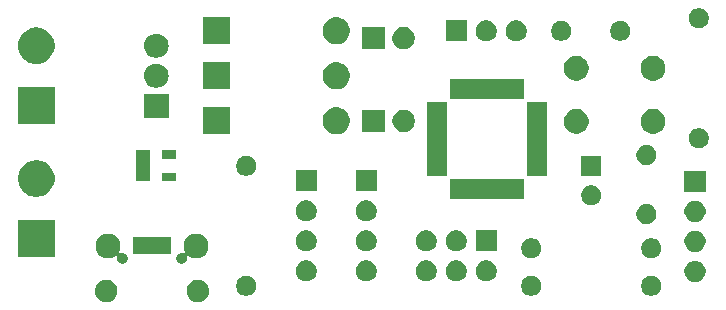
<source format=gbr>
%TF.GenerationSoftware,KiCad,Pcbnew,(5.1.5)-3*%
%TF.CreationDate,2020-09-12T07:11:49+09:30*%
%TF.ProjectId,robotcontrol,726f626f-7463-46f6-9e74-726f6c2e6b69,rev?*%
%TF.SameCoordinates,Original*%
%TF.FileFunction,Soldermask,Top*%
%TF.FilePolarity,Negative*%
%FSLAX46Y46*%
G04 Gerber Fmt 4.6, Leading zero omitted, Abs format (unit mm)*
G04 Created by KiCad (PCBNEW (5.1.5)-3) date 2020-09-12 07:11:49*
%MOMM*%
%LPD*%
G04 APERTURE LIST*
%ADD10C,0.100000*%
G04 APERTURE END LIST*
D10*
G36*
X110384736Y-109984254D02*
G01*
X110476505Y-110002508D01*
X110649394Y-110074121D01*
X110804990Y-110178087D01*
X110937313Y-110310410D01*
X111041279Y-110466006D01*
X111085895Y-110573719D01*
X111112892Y-110638896D01*
X111132593Y-110737936D01*
X111149400Y-110822433D01*
X111149400Y-111009567D01*
X111112892Y-111193105D01*
X111041279Y-111365994D01*
X110937313Y-111521590D01*
X110804990Y-111653913D01*
X110649394Y-111757879D01*
X110476505Y-111829492D01*
X110384736Y-111847746D01*
X110292968Y-111866000D01*
X110105832Y-111866000D01*
X110014064Y-111847746D01*
X109922295Y-111829492D01*
X109749406Y-111757879D01*
X109593810Y-111653913D01*
X109461487Y-111521590D01*
X109357521Y-111365994D01*
X109285908Y-111193105D01*
X109249400Y-111009567D01*
X109249400Y-110822433D01*
X109266208Y-110737936D01*
X109285908Y-110638896D01*
X109312905Y-110573719D01*
X109357521Y-110466006D01*
X109461487Y-110310410D01*
X109593810Y-110178087D01*
X109749406Y-110074121D01*
X109922295Y-110002508D01*
X110014064Y-109984254D01*
X110105832Y-109966000D01*
X110292968Y-109966000D01*
X110384736Y-109984254D01*
G37*
G36*
X102634736Y-109984254D02*
G01*
X102726505Y-110002508D01*
X102899394Y-110074121D01*
X103054990Y-110178087D01*
X103187313Y-110310410D01*
X103291279Y-110466006D01*
X103335895Y-110573719D01*
X103362892Y-110638896D01*
X103382593Y-110737936D01*
X103399400Y-110822433D01*
X103399400Y-111009567D01*
X103362892Y-111193105D01*
X103291279Y-111365994D01*
X103187313Y-111521590D01*
X103054990Y-111653913D01*
X102899394Y-111757879D01*
X102726505Y-111829492D01*
X102634736Y-111847746D01*
X102542968Y-111866000D01*
X102355832Y-111866000D01*
X102264064Y-111847746D01*
X102172295Y-111829492D01*
X101999406Y-111757879D01*
X101843810Y-111653913D01*
X101711487Y-111521590D01*
X101607521Y-111365994D01*
X101535908Y-111193105D01*
X101499400Y-111009567D01*
X101499400Y-110822433D01*
X101516208Y-110737936D01*
X101535908Y-110638896D01*
X101562905Y-110573719D01*
X101607521Y-110466006D01*
X101711487Y-110310410D01*
X101843810Y-110178087D01*
X101999406Y-110074121D01*
X102172295Y-110002508D01*
X102264064Y-109984254D01*
X102355832Y-109966000D01*
X102542968Y-109966000D01*
X102634736Y-109984254D01*
G37*
G36*
X138677935Y-109672664D02*
G01*
X138832624Y-109736739D01*
X138832626Y-109736740D01*
X138971844Y-109829762D01*
X139090238Y-109948156D01*
X139181950Y-110085414D01*
X139183261Y-110087376D01*
X139247336Y-110242065D01*
X139280000Y-110406281D01*
X139280000Y-110573719D01*
X139247336Y-110737935D01*
X139212335Y-110822433D01*
X139183260Y-110892626D01*
X139090238Y-111031844D01*
X138971844Y-111150238D01*
X138832626Y-111243260D01*
X138832625Y-111243261D01*
X138832624Y-111243261D01*
X138677935Y-111307336D01*
X138513719Y-111340000D01*
X138346281Y-111340000D01*
X138182065Y-111307336D01*
X138027376Y-111243261D01*
X138027375Y-111243261D01*
X138027374Y-111243260D01*
X137888156Y-111150238D01*
X137769762Y-111031844D01*
X137676740Y-110892626D01*
X137647665Y-110822433D01*
X137612664Y-110737935D01*
X137580000Y-110573719D01*
X137580000Y-110406281D01*
X137612664Y-110242065D01*
X137676739Y-110087376D01*
X137678050Y-110085414D01*
X137769762Y-109948156D01*
X137888156Y-109829762D01*
X138027374Y-109736740D01*
X138027376Y-109736739D01*
X138182065Y-109672664D01*
X138346281Y-109640000D01*
X138513719Y-109640000D01*
X138677935Y-109672664D01*
G37*
G36*
X114547935Y-109672664D02*
G01*
X114702624Y-109736739D01*
X114702626Y-109736740D01*
X114841844Y-109829762D01*
X114960238Y-109948156D01*
X115051950Y-110085414D01*
X115053261Y-110087376D01*
X115117336Y-110242065D01*
X115150000Y-110406281D01*
X115150000Y-110573719D01*
X115117336Y-110737935D01*
X115082335Y-110822433D01*
X115053260Y-110892626D01*
X114960238Y-111031844D01*
X114841844Y-111150238D01*
X114702626Y-111243260D01*
X114702625Y-111243261D01*
X114702624Y-111243261D01*
X114547935Y-111307336D01*
X114383719Y-111340000D01*
X114216281Y-111340000D01*
X114052065Y-111307336D01*
X113897376Y-111243261D01*
X113897375Y-111243261D01*
X113897374Y-111243260D01*
X113758156Y-111150238D01*
X113639762Y-111031844D01*
X113546740Y-110892626D01*
X113517665Y-110822433D01*
X113482664Y-110737935D01*
X113450000Y-110573719D01*
X113450000Y-110406281D01*
X113482664Y-110242065D01*
X113546739Y-110087376D01*
X113548050Y-110085414D01*
X113639762Y-109948156D01*
X113758156Y-109829762D01*
X113897374Y-109736740D01*
X113897376Y-109736739D01*
X114052065Y-109672664D01*
X114216281Y-109640000D01*
X114383719Y-109640000D01*
X114547935Y-109672664D01*
G37*
G36*
X148837935Y-109672664D02*
G01*
X148992624Y-109736739D01*
X148992626Y-109736740D01*
X149131844Y-109829762D01*
X149250238Y-109948156D01*
X149341950Y-110085414D01*
X149343261Y-110087376D01*
X149407336Y-110242065D01*
X149440000Y-110406281D01*
X149440000Y-110573719D01*
X149407336Y-110737935D01*
X149372335Y-110822433D01*
X149343260Y-110892626D01*
X149250238Y-111031844D01*
X149131844Y-111150238D01*
X148992626Y-111243260D01*
X148992625Y-111243261D01*
X148992624Y-111243261D01*
X148837935Y-111307336D01*
X148673719Y-111340000D01*
X148506281Y-111340000D01*
X148342065Y-111307336D01*
X148187376Y-111243261D01*
X148187375Y-111243261D01*
X148187374Y-111243260D01*
X148048156Y-111150238D01*
X147929762Y-111031844D01*
X147836740Y-110892626D01*
X147807665Y-110822433D01*
X147772664Y-110737935D01*
X147740000Y-110573719D01*
X147740000Y-110406281D01*
X147772664Y-110242065D01*
X147836739Y-110087376D01*
X147838050Y-110085414D01*
X147929762Y-109948156D01*
X148048156Y-109829762D01*
X148187374Y-109736740D01*
X148187376Y-109736739D01*
X148342065Y-109672664D01*
X148506281Y-109640000D01*
X148673719Y-109640000D01*
X148837935Y-109672664D01*
G37*
G36*
X152560920Y-108405386D02*
G01*
X152675521Y-108452855D01*
X152724710Y-108473230D01*
X152872117Y-108571724D01*
X152997476Y-108697083D01*
X153095970Y-108844490D01*
X153095971Y-108844492D01*
X153163814Y-109008280D01*
X153198400Y-109182156D01*
X153198400Y-109359444D01*
X153163814Y-109533320D01*
X153106096Y-109672665D01*
X153095970Y-109697110D01*
X152997476Y-109844517D01*
X152872117Y-109969876D01*
X152724710Y-110068370D01*
X152724709Y-110068371D01*
X152724708Y-110068371D01*
X152560920Y-110136214D01*
X152387044Y-110170800D01*
X152209756Y-110170800D01*
X152035880Y-110136214D01*
X151872092Y-110068371D01*
X151872091Y-110068371D01*
X151872090Y-110068370D01*
X151724683Y-109969876D01*
X151599324Y-109844517D01*
X151500830Y-109697110D01*
X151490705Y-109672665D01*
X151432986Y-109533320D01*
X151398400Y-109359444D01*
X151398400Y-109182156D01*
X151432986Y-109008280D01*
X151500829Y-108844492D01*
X151500830Y-108844490D01*
X151599324Y-108697083D01*
X151724683Y-108571724D01*
X151872090Y-108473230D01*
X151921280Y-108452855D01*
X152035880Y-108405386D01*
X152209756Y-108370800D01*
X152387044Y-108370800D01*
X152560920Y-108405386D01*
G37*
G36*
X132342520Y-108354586D02*
G01*
X132506310Y-108422430D01*
X132653717Y-108520924D01*
X132779076Y-108646283D01*
X132813019Y-108697083D01*
X132877571Y-108793692D01*
X132945414Y-108957480D01*
X132980000Y-109131356D01*
X132980000Y-109308644D01*
X132969895Y-109359444D01*
X132945414Y-109482520D01*
X132877570Y-109646310D01*
X132779076Y-109793717D01*
X132653717Y-109919076D01*
X132506310Y-110017570D01*
X132506309Y-110017571D01*
X132506308Y-110017571D01*
X132342520Y-110085414D01*
X132168644Y-110120000D01*
X131991356Y-110120000D01*
X131817480Y-110085414D01*
X131653692Y-110017571D01*
X131653691Y-110017571D01*
X131653690Y-110017570D01*
X131506283Y-109919076D01*
X131380924Y-109793717D01*
X131282430Y-109646310D01*
X131214586Y-109482520D01*
X131190105Y-109359444D01*
X131180000Y-109308644D01*
X131180000Y-109131356D01*
X131214586Y-108957480D01*
X131282429Y-108793692D01*
X131346981Y-108697083D01*
X131380924Y-108646283D01*
X131506283Y-108520924D01*
X131653690Y-108422430D01*
X131817480Y-108354586D01*
X131991356Y-108320000D01*
X132168644Y-108320000D01*
X132342520Y-108354586D01*
G37*
G36*
X124722520Y-108354586D02*
G01*
X124886310Y-108422430D01*
X125033717Y-108520924D01*
X125159076Y-108646283D01*
X125193019Y-108697083D01*
X125257571Y-108793692D01*
X125325414Y-108957480D01*
X125360000Y-109131356D01*
X125360000Y-109308644D01*
X125349895Y-109359444D01*
X125325414Y-109482520D01*
X125257570Y-109646310D01*
X125159076Y-109793717D01*
X125033717Y-109919076D01*
X124886310Y-110017570D01*
X124886309Y-110017571D01*
X124886308Y-110017571D01*
X124722520Y-110085414D01*
X124548644Y-110120000D01*
X124371356Y-110120000D01*
X124197480Y-110085414D01*
X124033692Y-110017571D01*
X124033691Y-110017571D01*
X124033690Y-110017570D01*
X123886283Y-109919076D01*
X123760924Y-109793717D01*
X123662430Y-109646310D01*
X123594586Y-109482520D01*
X123570105Y-109359444D01*
X123560000Y-109308644D01*
X123560000Y-109131356D01*
X123594586Y-108957480D01*
X123662429Y-108793692D01*
X123726981Y-108697083D01*
X123760924Y-108646283D01*
X123886283Y-108520924D01*
X124033690Y-108422430D01*
X124197480Y-108354586D01*
X124371356Y-108320000D01*
X124548644Y-108320000D01*
X124722520Y-108354586D01*
G37*
G36*
X119642520Y-108354586D02*
G01*
X119806310Y-108422430D01*
X119953717Y-108520924D01*
X120079076Y-108646283D01*
X120113019Y-108697083D01*
X120177571Y-108793692D01*
X120245414Y-108957480D01*
X120280000Y-109131356D01*
X120280000Y-109308644D01*
X120269895Y-109359444D01*
X120245414Y-109482520D01*
X120177570Y-109646310D01*
X120079076Y-109793717D01*
X119953717Y-109919076D01*
X119806310Y-110017570D01*
X119806309Y-110017571D01*
X119806308Y-110017571D01*
X119642520Y-110085414D01*
X119468644Y-110120000D01*
X119291356Y-110120000D01*
X119117480Y-110085414D01*
X118953692Y-110017571D01*
X118953691Y-110017571D01*
X118953690Y-110017570D01*
X118806283Y-109919076D01*
X118680924Y-109793717D01*
X118582430Y-109646310D01*
X118514586Y-109482520D01*
X118490105Y-109359444D01*
X118480000Y-109308644D01*
X118480000Y-109131356D01*
X118514586Y-108957480D01*
X118582429Y-108793692D01*
X118646981Y-108697083D01*
X118680924Y-108646283D01*
X118806283Y-108520924D01*
X118953690Y-108422430D01*
X119117480Y-108354586D01*
X119291356Y-108320000D01*
X119468644Y-108320000D01*
X119642520Y-108354586D01*
G37*
G36*
X134882520Y-108354586D02*
G01*
X135046310Y-108422430D01*
X135193717Y-108520924D01*
X135319076Y-108646283D01*
X135353019Y-108697083D01*
X135417571Y-108793692D01*
X135485414Y-108957480D01*
X135520000Y-109131356D01*
X135520000Y-109308644D01*
X135509895Y-109359444D01*
X135485414Y-109482520D01*
X135417570Y-109646310D01*
X135319076Y-109793717D01*
X135193717Y-109919076D01*
X135046310Y-110017570D01*
X135046309Y-110017571D01*
X135046308Y-110017571D01*
X134882520Y-110085414D01*
X134708644Y-110120000D01*
X134531356Y-110120000D01*
X134357480Y-110085414D01*
X134193692Y-110017571D01*
X134193691Y-110017571D01*
X134193690Y-110017570D01*
X134046283Y-109919076D01*
X133920924Y-109793717D01*
X133822430Y-109646310D01*
X133754586Y-109482520D01*
X133730105Y-109359444D01*
X133720000Y-109308644D01*
X133720000Y-109131356D01*
X133754586Y-108957480D01*
X133822429Y-108793692D01*
X133886981Y-108697083D01*
X133920924Y-108646283D01*
X134046283Y-108520924D01*
X134193690Y-108422430D01*
X134357480Y-108354586D01*
X134531356Y-108320000D01*
X134708644Y-108320000D01*
X134882520Y-108354586D01*
G37*
G36*
X129802520Y-108354586D02*
G01*
X129966310Y-108422430D01*
X130113717Y-108520924D01*
X130239076Y-108646283D01*
X130273019Y-108697083D01*
X130337571Y-108793692D01*
X130405414Y-108957480D01*
X130440000Y-109131356D01*
X130440000Y-109308644D01*
X130429895Y-109359444D01*
X130405414Y-109482520D01*
X130337570Y-109646310D01*
X130239076Y-109793717D01*
X130113717Y-109919076D01*
X129966310Y-110017570D01*
X129966309Y-110017571D01*
X129966308Y-110017571D01*
X129802520Y-110085414D01*
X129628644Y-110120000D01*
X129451356Y-110120000D01*
X129277480Y-110085414D01*
X129113692Y-110017571D01*
X129113691Y-110017571D01*
X129113690Y-110017570D01*
X128966283Y-109919076D01*
X128840924Y-109793717D01*
X128742430Y-109646310D01*
X128674586Y-109482520D01*
X128650105Y-109359444D01*
X128640000Y-109308644D01*
X128640000Y-109131356D01*
X128674586Y-108957480D01*
X128742429Y-108793692D01*
X128806981Y-108697083D01*
X128840924Y-108646283D01*
X128966283Y-108520924D01*
X129113690Y-108422430D01*
X129277480Y-108354586D01*
X129451356Y-108320000D01*
X129628644Y-108320000D01*
X129802520Y-108354586D01*
G37*
G36*
X102728087Y-106071027D02*
G01*
X102905674Y-106106350D01*
X103096762Y-106185502D01*
X103268736Y-106300411D01*
X103414989Y-106446664D01*
X103529898Y-106618638D01*
X103609050Y-106809726D01*
X103649400Y-107012584D01*
X103649400Y-107219416D01*
X103609050Y-107422274D01*
X103550592Y-107563402D01*
X103543482Y-107586842D01*
X103541080Y-107611228D01*
X103543482Y-107635614D01*
X103550595Y-107659063D01*
X103562146Y-107680674D01*
X103577691Y-107699616D01*
X103596633Y-107715161D01*
X103618244Y-107726712D01*
X103641693Y-107733825D01*
X103666079Y-107736227D01*
X103690465Y-107733825D01*
X103780078Y-107716000D01*
X103868722Y-107716000D01*
X103955659Y-107733293D01*
X104037555Y-107767215D01*
X104111258Y-107816462D01*
X104173938Y-107879142D01*
X104223185Y-107952845D01*
X104238028Y-107988681D01*
X104257107Y-108034741D01*
X104274400Y-108121678D01*
X104274400Y-108210322D01*
X104257107Y-108297259D01*
X104247687Y-108320000D01*
X104223185Y-108379155D01*
X104173938Y-108452858D01*
X104111258Y-108515538D01*
X104037555Y-108564785D01*
X103955659Y-108598707D01*
X103868722Y-108616000D01*
X103780078Y-108616000D01*
X103693141Y-108598707D01*
X103652192Y-108581745D01*
X103611245Y-108564785D01*
X103537542Y-108515538D01*
X103474862Y-108452858D01*
X103425615Y-108379155D01*
X103401113Y-108320000D01*
X103391693Y-108297259D01*
X103374400Y-108210322D01*
X103374400Y-108121679D01*
X103375331Y-108116998D01*
X103377732Y-108092612D01*
X103375330Y-108068226D01*
X103368216Y-108044777D01*
X103356664Y-108023167D01*
X103341119Y-108004225D01*
X103322176Y-107988681D01*
X103300566Y-107977130D01*
X103277116Y-107970017D01*
X103252730Y-107967616D01*
X103228344Y-107970018D01*
X103204895Y-107977132D01*
X103183302Y-107988674D01*
X103096762Y-108046498D01*
X102905674Y-108125650D01*
X102728087Y-108160973D01*
X102702817Y-108166000D01*
X102495983Y-108166000D01*
X102470713Y-108160973D01*
X102293126Y-108125650D01*
X102102038Y-108046498D01*
X101930064Y-107931589D01*
X101783811Y-107785336D01*
X101668902Y-107613362D01*
X101589750Y-107422274D01*
X101549400Y-107219416D01*
X101549400Y-107012584D01*
X101589750Y-106809726D01*
X101668902Y-106618638D01*
X101783811Y-106446664D01*
X101930064Y-106300411D01*
X102102038Y-106185502D01*
X102293126Y-106106350D01*
X102470713Y-106071027D01*
X102495983Y-106066000D01*
X102702817Y-106066000D01*
X102728087Y-106071027D01*
G37*
G36*
X110178087Y-106071027D02*
G01*
X110355674Y-106106350D01*
X110546762Y-106185502D01*
X110718736Y-106300411D01*
X110864989Y-106446664D01*
X110979898Y-106618638D01*
X111059050Y-106809726D01*
X111099400Y-107012584D01*
X111099400Y-107219416D01*
X111059050Y-107422274D01*
X110979898Y-107613362D01*
X110864989Y-107785336D01*
X110718736Y-107931589D01*
X110546762Y-108046498D01*
X110355674Y-108125650D01*
X110178087Y-108160973D01*
X110152817Y-108166000D01*
X109945983Y-108166000D01*
X109920713Y-108160973D01*
X109743126Y-108125650D01*
X109552038Y-108046498D01*
X109465498Y-107988674D01*
X109443903Y-107977131D01*
X109420454Y-107970018D01*
X109396068Y-107967616D01*
X109371682Y-107970018D01*
X109348233Y-107977131D01*
X109326622Y-107988682D01*
X109307680Y-108004227D01*
X109292134Y-108023169D01*
X109280583Y-108044779D01*
X109273470Y-108068228D01*
X109271068Y-108092614D01*
X109273469Y-108116998D01*
X109274400Y-108121679D01*
X109274400Y-108210322D01*
X109257107Y-108297259D01*
X109247687Y-108320000D01*
X109223185Y-108379155D01*
X109173938Y-108452858D01*
X109111258Y-108515538D01*
X109037555Y-108564785D01*
X108955659Y-108598707D01*
X108868722Y-108616000D01*
X108780078Y-108616000D01*
X108693141Y-108598707D01*
X108652192Y-108581745D01*
X108611245Y-108564785D01*
X108537542Y-108515538D01*
X108474862Y-108452858D01*
X108425615Y-108379155D01*
X108401113Y-108320000D01*
X108391693Y-108297259D01*
X108374400Y-108210322D01*
X108374400Y-108121678D01*
X108391693Y-108034741D01*
X108410772Y-107988681D01*
X108425615Y-107952845D01*
X108474862Y-107879142D01*
X108537542Y-107816462D01*
X108611245Y-107767215D01*
X108693141Y-107733293D01*
X108780078Y-107716000D01*
X108868722Y-107716000D01*
X108958335Y-107733825D01*
X108982721Y-107736227D01*
X109007107Y-107733825D01*
X109030556Y-107726712D01*
X109052167Y-107715161D01*
X109071109Y-107699615D01*
X109086654Y-107680674D01*
X109098205Y-107659063D01*
X109105318Y-107635614D01*
X109107720Y-107611228D01*
X109105318Y-107586842D01*
X109098208Y-107563402D01*
X109039750Y-107422274D01*
X108999400Y-107219416D01*
X108999400Y-107012584D01*
X109039750Y-106809726D01*
X109118902Y-106618638D01*
X109233811Y-106446664D01*
X109380064Y-106300411D01*
X109552038Y-106185502D01*
X109743126Y-106106350D01*
X109920713Y-106071027D01*
X109945983Y-106066000D01*
X110152817Y-106066000D01*
X110178087Y-106071027D01*
G37*
G36*
X138677935Y-106497664D02*
G01*
X138832624Y-106561739D01*
X138832626Y-106561740D01*
X138971844Y-106654762D01*
X139090238Y-106773156D01*
X139114673Y-106809726D01*
X139183261Y-106912376D01*
X139247336Y-107067065D01*
X139280000Y-107231281D01*
X139280000Y-107398719D01*
X139247336Y-107562935D01*
X139190720Y-107699616D01*
X139183260Y-107717626D01*
X139090238Y-107856844D01*
X138971844Y-107975238D01*
X138832626Y-108068260D01*
X138832625Y-108068261D01*
X138832624Y-108068261D01*
X138677935Y-108132336D01*
X138513719Y-108165000D01*
X138346281Y-108165000D01*
X138182065Y-108132336D01*
X138027376Y-108068261D01*
X138027375Y-108068261D01*
X138027374Y-108068260D01*
X137888156Y-107975238D01*
X137769762Y-107856844D01*
X137676740Y-107717626D01*
X137669280Y-107699616D01*
X137612664Y-107562935D01*
X137580000Y-107398719D01*
X137580000Y-107231281D01*
X137612664Y-107067065D01*
X137676739Y-106912376D01*
X137745327Y-106809726D01*
X137769762Y-106773156D01*
X137888156Y-106654762D01*
X138027374Y-106561740D01*
X138027376Y-106561739D01*
X138182065Y-106497664D01*
X138346281Y-106465000D01*
X138513719Y-106465000D01*
X138677935Y-106497664D01*
G37*
G36*
X148837935Y-106497664D02*
G01*
X148992624Y-106561739D01*
X148992626Y-106561740D01*
X149131844Y-106654762D01*
X149250238Y-106773156D01*
X149274673Y-106809726D01*
X149343261Y-106912376D01*
X149407336Y-107067065D01*
X149440000Y-107231281D01*
X149440000Y-107398719D01*
X149407336Y-107562935D01*
X149350720Y-107699616D01*
X149343260Y-107717626D01*
X149250238Y-107856844D01*
X149131844Y-107975238D01*
X148992626Y-108068260D01*
X148992625Y-108068261D01*
X148992624Y-108068261D01*
X148837935Y-108132336D01*
X148673719Y-108165000D01*
X148506281Y-108165000D01*
X148342065Y-108132336D01*
X148187376Y-108068261D01*
X148187375Y-108068261D01*
X148187374Y-108068260D01*
X148048156Y-107975238D01*
X147929762Y-107856844D01*
X147836740Y-107717626D01*
X147829280Y-107699616D01*
X147772664Y-107562935D01*
X147740000Y-107398719D01*
X147740000Y-107231281D01*
X147772664Y-107067065D01*
X147836739Y-106912376D01*
X147905327Y-106809726D01*
X147929762Y-106773156D01*
X148048156Y-106654762D01*
X148187374Y-106561740D01*
X148187376Y-106561739D01*
X148342065Y-106497664D01*
X148506281Y-106465000D01*
X148673719Y-106465000D01*
X148837935Y-106497664D01*
G37*
G36*
X98070000Y-108039500D02*
G01*
X94970000Y-108039500D01*
X94970000Y-104939500D01*
X98070000Y-104939500D01*
X98070000Y-108039500D01*
G37*
G36*
X107899400Y-107766000D02*
G01*
X104749400Y-107766000D01*
X104749400Y-106366000D01*
X107899400Y-106366000D01*
X107899400Y-107766000D01*
G37*
G36*
X152560920Y-105865386D02*
G01*
X152602066Y-105882429D01*
X152724710Y-105933230D01*
X152872117Y-106031724D01*
X152997476Y-106157083D01*
X153093245Y-106300412D01*
X153095971Y-106304492D01*
X153163814Y-106468280D01*
X153188296Y-106591358D01*
X153198400Y-106642158D01*
X153198400Y-106819442D01*
X153163814Y-106993320D01*
X153095970Y-107157110D01*
X152997476Y-107304517D01*
X152872117Y-107429876D01*
X152724710Y-107528370D01*
X152724709Y-107528371D01*
X152724708Y-107528371D01*
X152560920Y-107596214D01*
X152387044Y-107630800D01*
X152209756Y-107630800D01*
X152035880Y-107596214D01*
X151872092Y-107528371D01*
X151872091Y-107528371D01*
X151872090Y-107528370D01*
X151724683Y-107429876D01*
X151599324Y-107304517D01*
X151500830Y-107157110D01*
X151432986Y-106993320D01*
X151398400Y-106819442D01*
X151398400Y-106642158D01*
X151408505Y-106591358D01*
X151432986Y-106468280D01*
X151500829Y-106304492D01*
X151503555Y-106300412D01*
X151599324Y-106157083D01*
X151724683Y-106031724D01*
X151872090Y-105933230D01*
X151994735Y-105882429D01*
X152035880Y-105865386D01*
X152209756Y-105830800D01*
X152387044Y-105830800D01*
X152560920Y-105865386D01*
G37*
G36*
X129802520Y-105814586D02*
G01*
X129966310Y-105882430D01*
X130113717Y-105980924D01*
X130239076Y-106106283D01*
X130239121Y-106106351D01*
X130337571Y-106253692D01*
X130405414Y-106417480D01*
X130440000Y-106591356D01*
X130440000Y-106768644D01*
X130429895Y-106819444D01*
X130405414Y-106942520D01*
X130337570Y-107106310D01*
X130239076Y-107253717D01*
X130113717Y-107379076D01*
X129966310Y-107477570D01*
X129966309Y-107477571D01*
X129966308Y-107477571D01*
X129802520Y-107545414D01*
X129628644Y-107580000D01*
X129451356Y-107580000D01*
X129277480Y-107545414D01*
X129113692Y-107477571D01*
X129113691Y-107477571D01*
X129113690Y-107477570D01*
X128966283Y-107379076D01*
X128840924Y-107253717D01*
X128742430Y-107106310D01*
X128674586Y-106942520D01*
X128650105Y-106819444D01*
X128640000Y-106768644D01*
X128640000Y-106591356D01*
X128674586Y-106417480D01*
X128742429Y-106253692D01*
X128840879Y-106106351D01*
X128840924Y-106106283D01*
X128966283Y-105980924D01*
X129113690Y-105882430D01*
X129277480Y-105814586D01*
X129451356Y-105780000D01*
X129628644Y-105780000D01*
X129802520Y-105814586D01*
G37*
G36*
X132342520Y-105814586D02*
G01*
X132506310Y-105882430D01*
X132653717Y-105980924D01*
X132779076Y-106106283D01*
X132779121Y-106106351D01*
X132877571Y-106253692D01*
X132945414Y-106417480D01*
X132980000Y-106591356D01*
X132980000Y-106768644D01*
X132969895Y-106819444D01*
X132945414Y-106942520D01*
X132877570Y-107106310D01*
X132779076Y-107253717D01*
X132653717Y-107379076D01*
X132506310Y-107477570D01*
X132506309Y-107477571D01*
X132506308Y-107477571D01*
X132342520Y-107545414D01*
X132168644Y-107580000D01*
X131991356Y-107580000D01*
X131817480Y-107545414D01*
X131653692Y-107477571D01*
X131653691Y-107477571D01*
X131653690Y-107477570D01*
X131506283Y-107379076D01*
X131380924Y-107253717D01*
X131282430Y-107106310D01*
X131214586Y-106942520D01*
X131190105Y-106819444D01*
X131180000Y-106768644D01*
X131180000Y-106591356D01*
X131214586Y-106417480D01*
X131282429Y-106253692D01*
X131380879Y-106106351D01*
X131380924Y-106106283D01*
X131506283Y-105980924D01*
X131653690Y-105882430D01*
X131817480Y-105814586D01*
X131991356Y-105780000D01*
X132168644Y-105780000D01*
X132342520Y-105814586D01*
G37*
G36*
X124722520Y-105814586D02*
G01*
X124886310Y-105882430D01*
X125033717Y-105980924D01*
X125159076Y-106106283D01*
X125159121Y-106106351D01*
X125257571Y-106253692D01*
X125325414Y-106417480D01*
X125360000Y-106591356D01*
X125360000Y-106768644D01*
X125349895Y-106819444D01*
X125325414Y-106942520D01*
X125257570Y-107106310D01*
X125159076Y-107253717D01*
X125033717Y-107379076D01*
X124886310Y-107477570D01*
X124886309Y-107477571D01*
X124886308Y-107477571D01*
X124722520Y-107545414D01*
X124548644Y-107580000D01*
X124371356Y-107580000D01*
X124197480Y-107545414D01*
X124033692Y-107477571D01*
X124033691Y-107477571D01*
X124033690Y-107477570D01*
X123886283Y-107379076D01*
X123760924Y-107253717D01*
X123662430Y-107106310D01*
X123594586Y-106942520D01*
X123570105Y-106819444D01*
X123560000Y-106768644D01*
X123560000Y-106591356D01*
X123594586Y-106417480D01*
X123662429Y-106253692D01*
X123760879Y-106106351D01*
X123760924Y-106106283D01*
X123886283Y-105980924D01*
X124033690Y-105882430D01*
X124197480Y-105814586D01*
X124371356Y-105780000D01*
X124548644Y-105780000D01*
X124722520Y-105814586D01*
G37*
G36*
X119642520Y-105814586D02*
G01*
X119806310Y-105882430D01*
X119953717Y-105980924D01*
X120079076Y-106106283D01*
X120079121Y-106106351D01*
X120177571Y-106253692D01*
X120245414Y-106417480D01*
X120280000Y-106591356D01*
X120280000Y-106768644D01*
X120269895Y-106819444D01*
X120245414Y-106942520D01*
X120177570Y-107106310D01*
X120079076Y-107253717D01*
X119953717Y-107379076D01*
X119806310Y-107477570D01*
X119806309Y-107477571D01*
X119806308Y-107477571D01*
X119642520Y-107545414D01*
X119468644Y-107580000D01*
X119291356Y-107580000D01*
X119117480Y-107545414D01*
X118953692Y-107477571D01*
X118953691Y-107477571D01*
X118953690Y-107477570D01*
X118806283Y-107379076D01*
X118680924Y-107253717D01*
X118582430Y-107106310D01*
X118514586Y-106942520D01*
X118490105Y-106819444D01*
X118480000Y-106768644D01*
X118480000Y-106591356D01*
X118514586Y-106417480D01*
X118582429Y-106253692D01*
X118680879Y-106106351D01*
X118680924Y-106106283D01*
X118806283Y-105980924D01*
X118953690Y-105882430D01*
X119117480Y-105814586D01*
X119291356Y-105780000D01*
X119468644Y-105780000D01*
X119642520Y-105814586D01*
G37*
G36*
X135520000Y-107580000D02*
G01*
X133720000Y-107580000D01*
X133720000Y-105780000D01*
X135520000Y-105780000D01*
X135520000Y-107580000D01*
G37*
G36*
X148431535Y-103598264D02*
G01*
X148586224Y-103662339D01*
X148586226Y-103662340D01*
X148725444Y-103755362D01*
X148843838Y-103873756D01*
X148936860Y-104012974D01*
X148936861Y-104012976D01*
X149000936Y-104167665D01*
X149033600Y-104331881D01*
X149033600Y-104499319D01*
X149000936Y-104663535D01*
X148959108Y-104764516D01*
X148936860Y-104818226D01*
X148843838Y-104957444D01*
X148725444Y-105075838D01*
X148586226Y-105168860D01*
X148586225Y-105168861D01*
X148586224Y-105168861D01*
X148431535Y-105232936D01*
X148267319Y-105265600D01*
X148099881Y-105265600D01*
X147935665Y-105232936D01*
X147780976Y-105168861D01*
X147780975Y-105168861D01*
X147780974Y-105168860D01*
X147641756Y-105075838D01*
X147523362Y-104957444D01*
X147430340Y-104818226D01*
X147408092Y-104764516D01*
X147366264Y-104663535D01*
X147333600Y-104499319D01*
X147333600Y-104331881D01*
X147366264Y-104167665D01*
X147430339Y-104012976D01*
X147430340Y-104012974D01*
X147523362Y-103873756D01*
X147641756Y-103755362D01*
X147780974Y-103662340D01*
X147780976Y-103662339D01*
X147935665Y-103598264D01*
X148099881Y-103565600D01*
X148267319Y-103565600D01*
X148431535Y-103598264D01*
G37*
G36*
X152560920Y-103325386D02*
G01*
X152602066Y-103342429D01*
X152724710Y-103393230D01*
X152872117Y-103491724D01*
X152997476Y-103617083D01*
X153089871Y-103755362D01*
X153095971Y-103764492D01*
X153163814Y-103928280D01*
X153198400Y-104102156D01*
X153198400Y-104279444D01*
X153187969Y-104331882D01*
X153163814Y-104453320D01*
X153095970Y-104617110D01*
X152997476Y-104764517D01*
X152872117Y-104889876D01*
X152724710Y-104988370D01*
X152724709Y-104988371D01*
X152724708Y-104988371D01*
X152560920Y-105056214D01*
X152387044Y-105090800D01*
X152209756Y-105090800D01*
X152035880Y-105056214D01*
X151872092Y-104988371D01*
X151872091Y-104988371D01*
X151872090Y-104988370D01*
X151724683Y-104889876D01*
X151599324Y-104764517D01*
X151500830Y-104617110D01*
X151432986Y-104453320D01*
X151408831Y-104331882D01*
X151398400Y-104279444D01*
X151398400Y-104102156D01*
X151432986Y-103928280D01*
X151500829Y-103764492D01*
X151506929Y-103755362D01*
X151599324Y-103617083D01*
X151724683Y-103491724D01*
X151872090Y-103393230D01*
X151994735Y-103342429D01*
X152035880Y-103325386D01*
X152209756Y-103290800D01*
X152387044Y-103290800D01*
X152560920Y-103325386D01*
G37*
G36*
X124722520Y-103274586D02*
G01*
X124886310Y-103342430D01*
X125033717Y-103440924D01*
X125159076Y-103566283D01*
X125223258Y-103662339D01*
X125257571Y-103713692D01*
X125325414Y-103877480D01*
X125360000Y-104051356D01*
X125360000Y-104228644D01*
X125349895Y-104279444D01*
X125325414Y-104402520D01*
X125257570Y-104566310D01*
X125159076Y-104713717D01*
X125033717Y-104839076D01*
X124886310Y-104937570D01*
X124886309Y-104937571D01*
X124886308Y-104937571D01*
X124722520Y-105005414D01*
X124548644Y-105040000D01*
X124371356Y-105040000D01*
X124197480Y-105005414D01*
X124033692Y-104937571D01*
X124033691Y-104937571D01*
X124033690Y-104937570D01*
X123886283Y-104839076D01*
X123760924Y-104713717D01*
X123662430Y-104566310D01*
X123594586Y-104402520D01*
X123570105Y-104279444D01*
X123560000Y-104228644D01*
X123560000Y-104051356D01*
X123594586Y-103877480D01*
X123662429Y-103713692D01*
X123696742Y-103662339D01*
X123760924Y-103566283D01*
X123886283Y-103440924D01*
X124033690Y-103342430D01*
X124197480Y-103274586D01*
X124371356Y-103240000D01*
X124548644Y-103240000D01*
X124722520Y-103274586D01*
G37*
G36*
X119642520Y-103274586D02*
G01*
X119806310Y-103342430D01*
X119953717Y-103440924D01*
X120079076Y-103566283D01*
X120143258Y-103662339D01*
X120177571Y-103713692D01*
X120245414Y-103877480D01*
X120280000Y-104051356D01*
X120280000Y-104228644D01*
X120269895Y-104279444D01*
X120245414Y-104402520D01*
X120177570Y-104566310D01*
X120079076Y-104713717D01*
X119953717Y-104839076D01*
X119806310Y-104937570D01*
X119806309Y-104937571D01*
X119806308Y-104937571D01*
X119642520Y-105005414D01*
X119468644Y-105040000D01*
X119291356Y-105040000D01*
X119117480Y-105005414D01*
X118953692Y-104937571D01*
X118953691Y-104937571D01*
X118953690Y-104937570D01*
X118806283Y-104839076D01*
X118680924Y-104713717D01*
X118582430Y-104566310D01*
X118514586Y-104402520D01*
X118490105Y-104279444D01*
X118480000Y-104228644D01*
X118480000Y-104051356D01*
X118514586Y-103877480D01*
X118582429Y-103713692D01*
X118616742Y-103662339D01*
X118680924Y-103566283D01*
X118806283Y-103440924D01*
X118953690Y-103342430D01*
X119117480Y-103274586D01*
X119291356Y-103240000D01*
X119468644Y-103240000D01*
X119642520Y-103274586D01*
G37*
G36*
X143757935Y-102012664D02*
G01*
X143912624Y-102076739D01*
X143912626Y-102076740D01*
X144051844Y-102169762D01*
X144170238Y-102288156D01*
X144243344Y-102397568D01*
X144263261Y-102427376D01*
X144327336Y-102582065D01*
X144360000Y-102746281D01*
X144360000Y-102913719D01*
X144327336Y-103077935D01*
X144263261Y-103232624D01*
X144263260Y-103232626D01*
X144170238Y-103371844D01*
X144051844Y-103490238D01*
X143912626Y-103583260D01*
X143912625Y-103583261D01*
X143912624Y-103583261D01*
X143757935Y-103647336D01*
X143593719Y-103680000D01*
X143426281Y-103680000D01*
X143262065Y-103647336D01*
X143107376Y-103583261D01*
X143107375Y-103583261D01*
X143107374Y-103583260D01*
X142968156Y-103490238D01*
X142849762Y-103371844D01*
X142756740Y-103232626D01*
X142756739Y-103232624D01*
X142692664Y-103077935D01*
X142660000Y-102913719D01*
X142660000Y-102746281D01*
X142692664Y-102582065D01*
X142756739Y-102427376D01*
X142776656Y-102397568D01*
X142849762Y-102288156D01*
X142968156Y-102169762D01*
X143107374Y-102076740D01*
X143107376Y-102076739D01*
X143262065Y-102012664D01*
X143426281Y-101980000D01*
X143593719Y-101980000D01*
X143757935Y-102012664D01*
G37*
G36*
X137795800Y-103144000D02*
G01*
X131545800Y-103144000D01*
X131545800Y-101444000D01*
X137795800Y-101444000D01*
X137795800Y-103144000D01*
G37*
G36*
X96822390Y-99889283D02*
G01*
X96972118Y-99919065D01*
X96992182Y-99927376D01*
X97254199Y-100035907D01*
X97254200Y-100035908D01*
X97508068Y-100205536D01*
X97723964Y-100421432D01*
X97789156Y-100519000D01*
X97893593Y-100675301D01*
X97962037Y-100840540D01*
X97988738Y-100905000D01*
X98010435Y-100957383D01*
X98070000Y-101256837D01*
X98070000Y-101562163D01*
X98010435Y-101861617D01*
X97893593Y-102143699D01*
X97893592Y-102143700D01*
X97723964Y-102397568D01*
X97508068Y-102613464D01*
X97338439Y-102726806D01*
X97254199Y-102783093D01*
X97088960Y-102851537D01*
X96972118Y-102899935D01*
X96822390Y-102929718D01*
X96672663Y-102959500D01*
X96367337Y-102959500D01*
X96217610Y-102929718D01*
X96067882Y-102899935D01*
X95951040Y-102851537D01*
X95785801Y-102783093D01*
X95701561Y-102726806D01*
X95531932Y-102613464D01*
X95316036Y-102397568D01*
X95146408Y-102143700D01*
X95146407Y-102143699D01*
X95029565Y-101861617D01*
X94970000Y-101562163D01*
X94970000Y-101256837D01*
X95029565Y-100957383D01*
X95051263Y-100905000D01*
X95077963Y-100840540D01*
X95146407Y-100675301D01*
X95250844Y-100519000D01*
X95316036Y-100421432D01*
X95531932Y-100205536D01*
X95785800Y-100035908D01*
X95785801Y-100035907D01*
X96047818Y-99927376D01*
X96067882Y-99919065D01*
X96217610Y-99889283D01*
X96367337Y-99859500D01*
X96672663Y-99859500D01*
X96822390Y-99889283D01*
G37*
G36*
X153198400Y-102550800D02*
G01*
X151398400Y-102550800D01*
X151398400Y-100750800D01*
X153198400Y-100750800D01*
X153198400Y-102550800D01*
G37*
G36*
X125360000Y-102500000D02*
G01*
X123560000Y-102500000D01*
X123560000Y-100700000D01*
X125360000Y-100700000D01*
X125360000Y-102500000D01*
G37*
G36*
X120280000Y-102500000D02*
G01*
X118480000Y-102500000D01*
X118480000Y-100700000D01*
X120280000Y-100700000D01*
X120280000Y-102500000D01*
G37*
G36*
X106160000Y-101655000D02*
G01*
X105000000Y-101655000D01*
X105000000Y-99005000D01*
X106160000Y-99005000D01*
X106160000Y-101655000D01*
G37*
G36*
X108360000Y-101655000D02*
G01*
X107200000Y-101655000D01*
X107200000Y-100905000D01*
X108360000Y-100905000D01*
X108360000Y-101655000D01*
G37*
G36*
X114547935Y-99512664D02*
G01*
X114702624Y-99576739D01*
X114702626Y-99576740D01*
X114841844Y-99669762D01*
X114960238Y-99788156D01*
X115007908Y-99859500D01*
X115053261Y-99927376D01*
X115117336Y-100082065D01*
X115150000Y-100246281D01*
X115150000Y-100413719D01*
X115117336Y-100577935D01*
X115077005Y-100675301D01*
X115053260Y-100732626D01*
X114960238Y-100871844D01*
X114841844Y-100990238D01*
X114702626Y-101083260D01*
X114702625Y-101083261D01*
X114702624Y-101083261D01*
X114547935Y-101147336D01*
X114383719Y-101180000D01*
X114216281Y-101180000D01*
X114052065Y-101147336D01*
X113897376Y-101083261D01*
X113897375Y-101083261D01*
X113897374Y-101083260D01*
X113758156Y-100990238D01*
X113639762Y-100871844D01*
X113546740Y-100732626D01*
X113522995Y-100675301D01*
X113482664Y-100577935D01*
X113450000Y-100413719D01*
X113450000Y-100246281D01*
X113482664Y-100082065D01*
X113546739Y-99927376D01*
X113592092Y-99859500D01*
X113639762Y-99788156D01*
X113758156Y-99669762D01*
X113897374Y-99576740D01*
X113897376Y-99576739D01*
X114052065Y-99512664D01*
X114216281Y-99480000D01*
X114383719Y-99480000D01*
X114547935Y-99512664D01*
G37*
G36*
X144360000Y-101180000D02*
G01*
X142660000Y-101180000D01*
X142660000Y-99480000D01*
X144360000Y-99480000D01*
X144360000Y-101180000D01*
G37*
G36*
X139770800Y-101169000D02*
G01*
X138070800Y-101169000D01*
X138070800Y-94919000D01*
X139770800Y-94919000D01*
X139770800Y-101169000D01*
G37*
G36*
X131270800Y-101169000D02*
G01*
X129570800Y-101169000D01*
X129570800Y-94919000D01*
X131270800Y-94919000D01*
X131270800Y-101169000D01*
G37*
G36*
X148431535Y-98598264D02*
G01*
X148564735Y-98653438D01*
X148586226Y-98662340D01*
X148725444Y-98755362D01*
X148843838Y-98873756D01*
X148931532Y-99005000D01*
X148936861Y-99012976D01*
X149000936Y-99167665D01*
X149033600Y-99331881D01*
X149033600Y-99499319D01*
X149000936Y-99663535D01*
X148949315Y-99788157D01*
X148936860Y-99818226D01*
X148843838Y-99957444D01*
X148725444Y-100075838D01*
X148586226Y-100168860D01*
X148586225Y-100168861D01*
X148586224Y-100168861D01*
X148431535Y-100232936D01*
X148267319Y-100265600D01*
X148099881Y-100265600D01*
X147935665Y-100232936D01*
X147780976Y-100168861D01*
X147780975Y-100168861D01*
X147780974Y-100168860D01*
X147641756Y-100075838D01*
X147523362Y-99957444D01*
X147430340Y-99818226D01*
X147417885Y-99788157D01*
X147366264Y-99663535D01*
X147333600Y-99499319D01*
X147333600Y-99331881D01*
X147366264Y-99167665D01*
X147430339Y-99012976D01*
X147435668Y-99005000D01*
X147523362Y-98873756D01*
X147641756Y-98755362D01*
X147780974Y-98662340D01*
X147802465Y-98653438D01*
X147935665Y-98598264D01*
X148099881Y-98565600D01*
X148267319Y-98565600D01*
X148431535Y-98598264D01*
G37*
G36*
X108360000Y-99755000D02*
G01*
X107200000Y-99755000D01*
X107200000Y-99005000D01*
X108360000Y-99005000D01*
X108360000Y-99755000D01*
G37*
G36*
X152851135Y-97175864D02*
G01*
X153005824Y-97239939D01*
X153005826Y-97239940D01*
X153145044Y-97332962D01*
X153263438Y-97451356D01*
X153356460Y-97590574D01*
X153356461Y-97590576D01*
X153420536Y-97745265D01*
X153453200Y-97909481D01*
X153453200Y-98076919D01*
X153420536Y-98241135D01*
X153356461Y-98395824D01*
X153356460Y-98395826D01*
X153263438Y-98535044D01*
X153145044Y-98653438D01*
X153005826Y-98746460D01*
X153005825Y-98746461D01*
X153005824Y-98746461D01*
X152851135Y-98810536D01*
X152686919Y-98843200D01*
X152519481Y-98843200D01*
X152355265Y-98810536D01*
X152200576Y-98746461D01*
X152200575Y-98746461D01*
X152200574Y-98746460D01*
X152061356Y-98653438D01*
X151942962Y-98535044D01*
X151849940Y-98395826D01*
X151849939Y-98395824D01*
X151785864Y-98241135D01*
X151753200Y-98076919D01*
X151753200Y-97909481D01*
X151785864Y-97745265D01*
X151849939Y-97590576D01*
X151849940Y-97590574D01*
X151942962Y-97451356D01*
X152061356Y-97332962D01*
X152200574Y-97239940D01*
X152200576Y-97239939D01*
X152355265Y-97175864D01*
X152519481Y-97143200D01*
X152686919Y-97143200D01*
X152851135Y-97175864D01*
G37*
G36*
X112910000Y-97670000D02*
G01*
X110610000Y-97670000D01*
X110610000Y-95370000D01*
X112910000Y-95370000D01*
X112910000Y-97670000D01*
G37*
G36*
X122107324Y-95384731D02*
G01*
X122255443Y-95414194D01*
X122464729Y-95500884D01*
X122653082Y-95626737D01*
X122813263Y-95786918D01*
X122939116Y-95975271D01*
X123025806Y-96184557D01*
X123070000Y-96406735D01*
X123070000Y-96633265D01*
X123025806Y-96855443D01*
X122939116Y-97064729D01*
X122813263Y-97253082D01*
X122653082Y-97413263D01*
X122464729Y-97539116D01*
X122255443Y-97625806D01*
X122107324Y-97655269D01*
X122033266Y-97670000D01*
X121806734Y-97670000D01*
X121732676Y-97655269D01*
X121584557Y-97625806D01*
X121375271Y-97539116D01*
X121186918Y-97413263D01*
X121026737Y-97253082D01*
X120900884Y-97064729D01*
X120814194Y-96855443D01*
X120770000Y-96633265D01*
X120770000Y-96406735D01*
X120814194Y-96184557D01*
X120900884Y-95975271D01*
X121026737Y-95786918D01*
X121186918Y-95626737D01*
X121375271Y-95500884D01*
X121584557Y-95414194D01*
X121732676Y-95384731D01*
X121806734Y-95370000D01*
X122033266Y-95370000D01*
X122107324Y-95384731D01*
G37*
G36*
X142368687Y-95530027D02*
G01*
X142546274Y-95565350D01*
X142737362Y-95644502D01*
X142909336Y-95759411D01*
X143055589Y-95905664D01*
X143170498Y-96077638D01*
X143249650Y-96268726D01*
X143290000Y-96471584D01*
X143290000Y-96678416D01*
X143249650Y-96881274D01*
X143170498Y-97072362D01*
X143055589Y-97244336D01*
X142909336Y-97390589D01*
X142737362Y-97505498D01*
X142546274Y-97584650D01*
X142368687Y-97619973D01*
X142343417Y-97625000D01*
X142136583Y-97625000D01*
X142111313Y-97619973D01*
X141933726Y-97584650D01*
X141742638Y-97505498D01*
X141570664Y-97390589D01*
X141424411Y-97244336D01*
X141309502Y-97072362D01*
X141230350Y-96881274D01*
X141190000Y-96678416D01*
X141190000Y-96471584D01*
X141230350Y-96268726D01*
X141309502Y-96077638D01*
X141424411Y-95905664D01*
X141570664Y-95759411D01*
X141742638Y-95644502D01*
X141933726Y-95565350D01*
X142111313Y-95530027D01*
X142136583Y-95525000D01*
X142343417Y-95525000D01*
X142368687Y-95530027D01*
G37*
G36*
X148868687Y-95530027D02*
G01*
X149046274Y-95565350D01*
X149237362Y-95644502D01*
X149409336Y-95759411D01*
X149555589Y-95905664D01*
X149670498Y-96077638D01*
X149749650Y-96268726D01*
X149790000Y-96471584D01*
X149790000Y-96678416D01*
X149749650Y-96881274D01*
X149670498Y-97072362D01*
X149555589Y-97244336D01*
X149409336Y-97390589D01*
X149237362Y-97505498D01*
X149046274Y-97584650D01*
X148868687Y-97619973D01*
X148843417Y-97625000D01*
X148636583Y-97625000D01*
X148611313Y-97619973D01*
X148433726Y-97584650D01*
X148242638Y-97505498D01*
X148070664Y-97390589D01*
X147924411Y-97244336D01*
X147809502Y-97072362D01*
X147730350Y-96881274D01*
X147690000Y-96678416D01*
X147690000Y-96471584D01*
X147730350Y-96268726D01*
X147809502Y-96077638D01*
X147924411Y-95905664D01*
X148070664Y-95759411D01*
X148242638Y-95644502D01*
X148433726Y-95565350D01*
X148611313Y-95530027D01*
X148636583Y-95525000D01*
X148843417Y-95525000D01*
X148868687Y-95530027D01*
G37*
G36*
X127820336Y-95588254D02*
G01*
X127912105Y-95606508D01*
X128084994Y-95678121D01*
X128240590Y-95782087D01*
X128372913Y-95914410D01*
X128476879Y-96070006D01*
X128548492Y-96242895D01*
X128585000Y-96426433D01*
X128585000Y-96613567D01*
X128548492Y-96797105D01*
X128476879Y-96969994D01*
X128372913Y-97125590D01*
X128240590Y-97257913D01*
X128084994Y-97361879D01*
X127912105Y-97433492D01*
X127822297Y-97451356D01*
X127728568Y-97470000D01*
X127541432Y-97470000D01*
X127447703Y-97451356D01*
X127357895Y-97433492D01*
X127185006Y-97361879D01*
X127029410Y-97257913D01*
X126897087Y-97125590D01*
X126793121Y-96969994D01*
X126721508Y-96797105D01*
X126685000Y-96613567D01*
X126685000Y-96426433D01*
X126721508Y-96242895D01*
X126793121Y-96070006D01*
X126897087Y-95914410D01*
X127029410Y-95782087D01*
X127185006Y-95678121D01*
X127357895Y-95606508D01*
X127449664Y-95588254D01*
X127541432Y-95570000D01*
X127728568Y-95570000D01*
X127820336Y-95588254D01*
G37*
G36*
X126045000Y-97470000D02*
G01*
X124145000Y-97470000D01*
X124145000Y-95570000D01*
X126045000Y-95570000D01*
X126045000Y-97470000D01*
G37*
G36*
X98070000Y-96800000D02*
G01*
X94970000Y-96800000D01*
X94970000Y-93700000D01*
X98070000Y-93700000D01*
X98070000Y-96800000D01*
G37*
G36*
X107730000Y-96252500D02*
G01*
X105630000Y-96252500D01*
X105630000Y-94247500D01*
X107730000Y-94247500D01*
X107730000Y-96252500D01*
G37*
G36*
X137795800Y-94644000D02*
G01*
X131545800Y-94644000D01*
X131545800Y-92944000D01*
X137795800Y-92944000D01*
X137795800Y-94644000D01*
G37*
G36*
X122107324Y-91574731D02*
G01*
X122255443Y-91604194D01*
X122464729Y-91690884D01*
X122653082Y-91816737D01*
X122813263Y-91976918D01*
X122939116Y-92165271D01*
X123025806Y-92374557D01*
X123070000Y-92596735D01*
X123070000Y-92823265D01*
X123025806Y-93045443D01*
X122939116Y-93254729D01*
X122813263Y-93443082D01*
X122653082Y-93603263D01*
X122464729Y-93729116D01*
X122255443Y-93815806D01*
X122107324Y-93845269D01*
X122033266Y-93860000D01*
X121806734Y-93860000D01*
X121732676Y-93845269D01*
X121584557Y-93815806D01*
X121375271Y-93729116D01*
X121186918Y-93603263D01*
X121026737Y-93443082D01*
X120900884Y-93254729D01*
X120814194Y-93045443D01*
X120770000Y-92823265D01*
X120770000Y-92596735D01*
X120814194Y-92374557D01*
X120900884Y-92165271D01*
X121026737Y-91976918D01*
X121186918Y-91816737D01*
X121375271Y-91690884D01*
X121584557Y-91604194D01*
X121732676Y-91574731D01*
X121806734Y-91560000D01*
X122033266Y-91560000D01*
X122107324Y-91574731D01*
G37*
G36*
X112910000Y-93860000D02*
G01*
X110610000Y-93860000D01*
X110610000Y-91560000D01*
X112910000Y-91560000D01*
X112910000Y-93860000D01*
G37*
G36*
X106924022Y-91722005D02*
G01*
X107112999Y-91779331D01*
X107287153Y-91872418D01*
X107439804Y-91997696D01*
X107565082Y-92150347D01*
X107658169Y-92324501D01*
X107715495Y-92513478D01*
X107734850Y-92710000D01*
X107715495Y-92906522D01*
X107658169Y-93095499D01*
X107565082Y-93269653D01*
X107439804Y-93422304D01*
X107287153Y-93547582D01*
X107112999Y-93640669D01*
X106924022Y-93697995D01*
X106776746Y-93712500D01*
X106583254Y-93712500D01*
X106435978Y-93697995D01*
X106247001Y-93640669D01*
X106072847Y-93547582D01*
X105920196Y-93422304D01*
X105794918Y-93269653D01*
X105701831Y-93095499D01*
X105644505Y-92906522D01*
X105625150Y-92710000D01*
X105644505Y-92513478D01*
X105701831Y-92324501D01*
X105794918Y-92150347D01*
X105920196Y-91997696D01*
X106072847Y-91872418D01*
X106247001Y-91779331D01*
X106435978Y-91722005D01*
X106583254Y-91707500D01*
X106776746Y-91707500D01*
X106924022Y-91722005D01*
G37*
G36*
X142368687Y-91030027D02*
G01*
X142546274Y-91065350D01*
X142737362Y-91144502D01*
X142909336Y-91259411D01*
X143055589Y-91405664D01*
X143170498Y-91577638D01*
X143249650Y-91768726D01*
X143290000Y-91971584D01*
X143290000Y-92178416D01*
X143249650Y-92381274D01*
X143170498Y-92572362D01*
X143055589Y-92744336D01*
X142909336Y-92890589D01*
X142737362Y-93005498D01*
X142546274Y-93084650D01*
X142368687Y-93119973D01*
X142343417Y-93125000D01*
X142136583Y-93125000D01*
X142111313Y-93119973D01*
X141933726Y-93084650D01*
X141742638Y-93005498D01*
X141570664Y-92890589D01*
X141424411Y-92744336D01*
X141309502Y-92572362D01*
X141230350Y-92381274D01*
X141190000Y-92178416D01*
X141190000Y-91971584D01*
X141230350Y-91768726D01*
X141309502Y-91577638D01*
X141424411Y-91405664D01*
X141570664Y-91259411D01*
X141742638Y-91144502D01*
X141933726Y-91065350D01*
X142111313Y-91030027D01*
X142136583Y-91025000D01*
X142343417Y-91025000D01*
X142368687Y-91030027D01*
G37*
G36*
X148868687Y-91030027D02*
G01*
X149046274Y-91065350D01*
X149237362Y-91144502D01*
X149409336Y-91259411D01*
X149555589Y-91405664D01*
X149670498Y-91577638D01*
X149749650Y-91768726D01*
X149790000Y-91971584D01*
X149790000Y-92178416D01*
X149749650Y-92381274D01*
X149670498Y-92572362D01*
X149555589Y-92744336D01*
X149409336Y-92890589D01*
X149237362Y-93005498D01*
X149046274Y-93084650D01*
X148868687Y-93119973D01*
X148843417Y-93125000D01*
X148636583Y-93125000D01*
X148611313Y-93119973D01*
X148433726Y-93084650D01*
X148242638Y-93005498D01*
X148070664Y-92890589D01*
X147924411Y-92744336D01*
X147809502Y-92572362D01*
X147730350Y-92381274D01*
X147690000Y-92178416D01*
X147690000Y-91971584D01*
X147730350Y-91768726D01*
X147809502Y-91577638D01*
X147924411Y-91405664D01*
X148070664Y-91259411D01*
X148242638Y-91144502D01*
X148433726Y-91065350D01*
X148611313Y-91030027D01*
X148636583Y-91025000D01*
X148843417Y-91025000D01*
X148868687Y-91030027D01*
G37*
G36*
X96760541Y-88637480D02*
G01*
X96972118Y-88679565D01*
X97088960Y-88727963D01*
X97254199Y-88796407D01*
X97283944Y-88816282D01*
X97508068Y-88966036D01*
X97723964Y-89181932D01*
X97837306Y-89351561D01*
X97893593Y-89435801D01*
X97909298Y-89473717D01*
X98010435Y-89717882D01*
X98023686Y-89784501D01*
X98070000Y-90017337D01*
X98070000Y-90322663D01*
X98010435Y-90622117D01*
X97893593Y-90904199D01*
X97893592Y-90904200D01*
X97723964Y-91158068D01*
X97508068Y-91373964D01*
X97338439Y-91487306D01*
X97254199Y-91543593D01*
X97107895Y-91604194D01*
X96972118Y-91660435D01*
X96822390Y-91690217D01*
X96672663Y-91720000D01*
X96367337Y-91720000D01*
X96217610Y-91690217D01*
X96067882Y-91660435D01*
X95932105Y-91604194D01*
X95785801Y-91543593D01*
X95701561Y-91487306D01*
X95531932Y-91373964D01*
X95316036Y-91158068D01*
X95146408Y-90904200D01*
X95146407Y-90904199D01*
X95029565Y-90622117D01*
X94970000Y-90322663D01*
X94970000Y-90017337D01*
X95016314Y-89784501D01*
X95029565Y-89717882D01*
X95130702Y-89473717D01*
X95146407Y-89435801D01*
X95202694Y-89351561D01*
X95316036Y-89181932D01*
X95531932Y-88966036D01*
X95756056Y-88816282D01*
X95785801Y-88796407D01*
X95951040Y-88727963D01*
X96067882Y-88679565D01*
X96279459Y-88637480D01*
X96367337Y-88620000D01*
X96672663Y-88620000D01*
X96760541Y-88637480D01*
G37*
G36*
X106924022Y-89182005D02*
G01*
X107077821Y-89228660D01*
X107100176Y-89235441D01*
X107112999Y-89239331D01*
X107287153Y-89332418D01*
X107439804Y-89457696D01*
X107565082Y-89610347D01*
X107658169Y-89784501D01*
X107715495Y-89973478D01*
X107734850Y-90170000D01*
X107715495Y-90366522D01*
X107658169Y-90555499D01*
X107565082Y-90729653D01*
X107439804Y-90882304D01*
X107287153Y-91007582D01*
X107112999Y-91100669D01*
X106924022Y-91157995D01*
X106776746Y-91172500D01*
X106583254Y-91172500D01*
X106435978Y-91157995D01*
X106247001Y-91100669D01*
X106072847Y-91007582D01*
X105920196Y-90882304D01*
X105794918Y-90729653D01*
X105701831Y-90555499D01*
X105644505Y-90366522D01*
X105625150Y-90170000D01*
X105644505Y-89973478D01*
X105701831Y-89784501D01*
X105794918Y-89610347D01*
X105920196Y-89457696D01*
X106072847Y-89332418D01*
X106247001Y-89239331D01*
X106259825Y-89235441D01*
X106282179Y-89228660D01*
X106435978Y-89182005D01*
X106583254Y-89167500D01*
X106776746Y-89167500D01*
X106924022Y-89182005D01*
G37*
G36*
X127820336Y-88603254D02*
G01*
X127912105Y-88621508D01*
X128084994Y-88693121D01*
X128240590Y-88797087D01*
X128372913Y-88929410D01*
X128476879Y-89085006D01*
X128548492Y-89257895D01*
X128585000Y-89441433D01*
X128585000Y-89628567D01*
X128548492Y-89812105D01*
X128476879Y-89984994D01*
X128372913Y-90140590D01*
X128240590Y-90272913D01*
X128084994Y-90376879D01*
X127912105Y-90448492D01*
X127820336Y-90466746D01*
X127728568Y-90485000D01*
X127541432Y-90485000D01*
X127449664Y-90466746D01*
X127357895Y-90448492D01*
X127185006Y-90376879D01*
X127029410Y-90272913D01*
X126897087Y-90140590D01*
X126793121Y-89984994D01*
X126721508Y-89812105D01*
X126685000Y-89628567D01*
X126685000Y-89441433D01*
X126721508Y-89257895D01*
X126793121Y-89085006D01*
X126897087Y-88929410D01*
X127029410Y-88797087D01*
X127185006Y-88693121D01*
X127357895Y-88621508D01*
X127449664Y-88603254D01*
X127541432Y-88585000D01*
X127728568Y-88585000D01*
X127820336Y-88603254D01*
G37*
G36*
X126045000Y-90485000D02*
G01*
X124145000Y-90485000D01*
X124145000Y-88585000D01*
X126045000Y-88585000D01*
X126045000Y-90485000D01*
G37*
G36*
X122107324Y-87764731D02*
G01*
X122255443Y-87794194D01*
X122464729Y-87880884D01*
X122653082Y-88006737D01*
X122813263Y-88166918D01*
X122939116Y-88355271D01*
X122939117Y-88355273D01*
X122947306Y-88375043D01*
X123025806Y-88564557D01*
X123070000Y-88786735D01*
X123070000Y-89013265D01*
X123025806Y-89235443D01*
X122953990Y-89408821D01*
X122940312Y-89441843D01*
X122939116Y-89444729D01*
X122813263Y-89633082D01*
X122653082Y-89793263D01*
X122464729Y-89919116D01*
X122255443Y-90005806D01*
X122107324Y-90035269D01*
X122033266Y-90050000D01*
X121806734Y-90050000D01*
X121732676Y-90035269D01*
X121584557Y-90005806D01*
X121375271Y-89919116D01*
X121186918Y-89793263D01*
X121026737Y-89633082D01*
X120900884Y-89444729D01*
X120899689Y-89441843D01*
X120886010Y-89408821D01*
X120814194Y-89235443D01*
X120770000Y-89013265D01*
X120770000Y-88786735D01*
X120814194Y-88564557D01*
X120892694Y-88375043D01*
X120900883Y-88355273D01*
X120900884Y-88355271D01*
X121026737Y-88166918D01*
X121186918Y-88006737D01*
X121375271Y-87880884D01*
X121584557Y-87794194D01*
X121732676Y-87764731D01*
X121806734Y-87750000D01*
X122033266Y-87750000D01*
X122107324Y-87764731D01*
G37*
G36*
X112910000Y-90050000D02*
G01*
X110610000Y-90050000D01*
X110610000Y-87750000D01*
X112910000Y-87750000D01*
X112910000Y-90050000D01*
G37*
G36*
X137422520Y-88034586D02*
G01*
X137534900Y-88081135D01*
X137586310Y-88102430D01*
X137733717Y-88200924D01*
X137859076Y-88326283D01*
X137957570Y-88473690D01*
X137957571Y-88473692D01*
X138025414Y-88637480D01*
X138060000Y-88811356D01*
X138060000Y-88988644D01*
X138025414Y-89162520D01*
X137985909Y-89257895D01*
X137957570Y-89326310D01*
X137859076Y-89473717D01*
X137733717Y-89599076D01*
X137586310Y-89697570D01*
X137586309Y-89697571D01*
X137586308Y-89697571D01*
X137422520Y-89765414D01*
X137248644Y-89800000D01*
X137071356Y-89800000D01*
X136897480Y-89765414D01*
X136733692Y-89697571D01*
X136733691Y-89697571D01*
X136733690Y-89697570D01*
X136586283Y-89599076D01*
X136460924Y-89473717D01*
X136362430Y-89326310D01*
X136334092Y-89257895D01*
X136294586Y-89162520D01*
X136260000Y-88988644D01*
X136260000Y-88811356D01*
X136294586Y-88637480D01*
X136362429Y-88473692D01*
X136362430Y-88473690D01*
X136460924Y-88326283D01*
X136586283Y-88200924D01*
X136733690Y-88102430D01*
X136785101Y-88081135D01*
X136897480Y-88034586D01*
X137071356Y-88000000D01*
X137248644Y-88000000D01*
X137422520Y-88034586D01*
G37*
G36*
X134882520Y-88034586D02*
G01*
X134994900Y-88081135D01*
X135046310Y-88102430D01*
X135193717Y-88200924D01*
X135319076Y-88326283D01*
X135417570Y-88473690D01*
X135417571Y-88473692D01*
X135485414Y-88637480D01*
X135520000Y-88811356D01*
X135520000Y-88988644D01*
X135485414Y-89162520D01*
X135445909Y-89257895D01*
X135417570Y-89326310D01*
X135319076Y-89473717D01*
X135193717Y-89599076D01*
X135046310Y-89697570D01*
X135046309Y-89697571D01*
X135046308Y-89697571D01*
X134882520Y-89765414D01*
X134708644Y-89800000D01*
X134531356Y-89800000D01*
X134357480Y-89765414D01*
X134193692Y-89697571D01*
X134193691Y-89697571D01*
X134193690Y-89697570D01*
X134046283Y-89599076D01*
X133920924Y-89473717D01*
X133822430Y-89326310D01*
X133794092Y-89257895D01*
X133754586Y-89162520D01*
X133720000Y-88988644D01*
X133720000Y-88811356D01*
X133754586Y-88637480D01*
X133822429Y-88473692D01*
X133822430Y-88473690D01*
X133920924Y-88326283D01*
X134046283Y-88200924D01*
X134193690Y-88102430D01*
X134245101Y-88081135D01*
X134357480Y-88034586D01*
X134531356Y-88000000D01*
X134708644Y-88000000D01*
X134882520Y-88034586D01*
G37*
G36*
X132980000Y-89800000D02*
G01*
X131180000Y-89800000D01*
X131180000Y-88000000D01*
X132980000Y-88000000D01*
X132980000Y-89800000D01*
G37*
G36*
X146217935Y-88082664D02*
G01*
X146372624Y-88146739D01*
X146372626Y-88146740D01*
X146511844Y-88239762D01*
X146630238Y-88358156D01*
X146641521Y-88375043D01*
X146723261Y-88497376D01*
X146787336Y-88652065D01*
X146820000Y-88816281D01*
X146820000Y-88983719D01*
X146787336Y-89147935D01*
X146741788Y-89257896D01*
X146723260Y-89302626D01*
X146630238Y-89441844D01*
X146511844Y-89560238D01*
X146372626Y-89653260D01*
X146372625Y-89653261D01*
X146372624Y-89653261D01*
X146217935Y-89717336D01*
X146053719Y-89750000D01*
X145886281Y-89750000D01*
X145722065Y-89717336D01*
X145567376Y-89653261D01*
X145567375Y-89653261D01*
X145567374Y-89653260D01*
X145428156Y-89560238D01*
X145309762Y-89441844D01*
X145216740Y-89302626D01*
X145198212Y-89257896D01*
X145152664Y-89147935D01*
X145120000Y-88983719D01*
X145120000Y-88816281D01*
X145152664Y-88652065D01*
X145216739Y-88497376D01*
X145298479Y-88375043D01*
X145309762Y-88358156D01*
X145428156Y-88239762D01*
X145567374Y-88146740D01*
X145567376Y-88146739D01*
X145722065Y-88082664D01*
X145886281Y-88050000D01*
X146053719Y-88050000D01*
X146217935Y-88082664D01*
G37*
G36*
X141217935Y-88082664D02*
G01*
X141372624Y-88146739D01*
X141372626Y-88146740D01*
X141511844Y-88239762D01*
X141630238Y-88358156D01*
X141641521Y-88375043D01*
X141723261Y-88497376D01*
X141787336Y-88652065D01*
X141820000Y-88816281D01*
X141820000Y-88983719D01*
X141787336Y-89147935D01*
X141741788Y-89257896D01*
X141723260Y-89302626D01*
X141630238Y-89441844D01*
X141511844Y-89560238D01*
X141372626Y-89653260D01*
X141372625Y-89653261D01*
X141372624Y-89653261D01*
X141217935Y-89717336D01*
X141053719Y-89750000D01*
X140886281Y-89750000D01*
X140722065Y-89717336D01*
X140567376Y-89653261D01*
X140567375Y-89653261D01*
X140567374Y-89653260D01*
X140428156Y-89560238D01*
X140309762Y-89441844D01*
X140216740Y-89302626D01*
X140198212Y-89257896D01*
X140152664Y-89147935D01*
X140120000Y-88983719D01*
X140120000Y-88816281D01*
X140152664Y-88652065D01*
X140216739Y-88497376D01*
X140298479Y-88375043D01*
X140309762Y-88358156D01*
X140428156Y-88239762D01*
X140567374Y-88146740D01*
X140567376Y-88146739D01*
X140722065Y-88082664D01*
X140886281Y-88050000D01*
X141053719Y-88050000D01*
X141217935Y-88082664D01*
G37*
G36*
X152851135Y-87015864D02*
G01*
X153005824Y-87079939D01*
X153005826Y-87079940D01*
X153145044Y-87172962D01*
X153263438Y-87291356D01*
X153356460Y-87430574D01*
X153356461Y-87430576D01*
X153420536Y-87585265D01*
X153453200Y-87749481D01*
X153453200Y-87916919D01*
X153420536Y-88081135D01*
X153370917Y-88200924D01*
X153356460Y-88235826D01*
X153263438Y-88375044D01*
X153145044Y-88493438D01*
X153005826Y-88586460D01*
X153005825Y-88586461D01*
X153005824Y-88586461D01*
X152851135Y-88650536D01*
X152686919Y-88683200D01*
X152519481Y-88683200D01*
X152355265Y-88650536D01*
X152200576Y-88586461D01*
X152200575Y-88586461D01*
X152200574Y-88586460D01*
X152061356Y-88493438D01*
X151942962Y-88375044D01*
X151849940Y-88235826D01*
X151835483Y-88200924D01*
X151785864Y-88081135D01*
X151753200Y-87916919D01*
X151753200Y-87749481D01*
X151785864Y-87585265D01*
X151849939Y-87430576D01*
X151849940Y-87430574D01*
X151942962Y-87291356D01*
X152061356Y-87172962D01*
X152200574Y-87079940D01*
X152200576Y-87079939D01*
X152355265Y-87015864D01*
X152519481Y-86983200D01*
X152686919Y-86983200D01*
X152851135Y-87015864D01*
G37*
M02*

</source>
